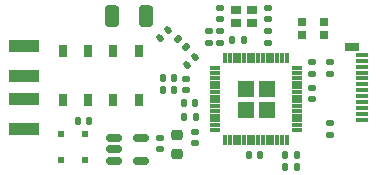
<source format=gbr>
%TF.GenerationSoftware,KiCad,Pcbnew,(6.0.7)*%
%TF.CreationDate,2023-03-11T05:38:16-08:00*%
%TF.ProjectId,ESP_SoC,4553505f-536f-4432-9e6b-696361645f70,rev?*%
%TF.SameCoordinates,Original*%
%TF.FileFunction,Paste,Top*%
%TF.FilePolarity,Positive*%
%FSLAX46Y46*%
G04 Gerber Fmt 4.6, Leading zero omitted, Abs format (unit mm)*
G04 Created by KiCad (PCBNEW (6.0.7)) date 2023-03-11 05:38:16*
%MOMM*%
%LPD*%
G01*
G04 APERTURE LIST*
G04 Aperture macros list*
%AMRoundRect*
0 Rectangle with rounded corners*
0 $1 Rounding radius*
0 $2 $3 $4 $5 $6 $7 $8 $9 X,Y pos of 4 corners*
0 Add a 4 corners polygon primitive as box body*
4,1,4,$2,$3,$4,$5,$6,$7,$8,$9,$2,$3,0*
0 Add four circle primitives for the rounded corners*
1,1,$1+$1,$2,$3*
1,1,$1+$1,$4,$5*
1,1,$1+$1,$6,$7*
1,1,$1+$1,$8,$9*
0 Add four rect primitives between the rounded corners*
20,1,$1+$1,$2,$3,$4,$5,0*
20,1,$1+$1,$4,$5,$6,$7,0*
20,1,$1+$1,$6,$7,$8,$9,0*
20,1,$1+$1,$8,$9,$2,$3,0*%
G04 Aperture macros list end*
%ADD10C,0.010000*%
%ADD11RoundRect,0.135000X-0.135000X-0.185000X0.135000X-0.185000X0.135000X0.185000X-0.135000X0.185000X0*%
%ADD12R,2.500000X1.100000*%
%ADD13RoundRect,0.140000X0.170000X-0.140000X0.170000X0.140000X-0.170000X0.140000X-0.170000X-0.140000X0*%
%ADD14RoundRect,0.147500X-0.172500X0.147500X-0.172500X-0.147500X0.172500X-0.147500X0.172500X0.147500X0*%
%ADD15RoundRect,0.140000X-0.170000X0.140000X-0.170000X-0.140000X0.170000X-0.140000X0.170000X0.140000X0*%
%ADD16R,0.700000X0.700000*%
%ADD17RoundRect,0.140000X-0.021213X0.219203X-0.219203X0.021213X0.021213X-0.219203X0.219203X-0.021213X0*%
%ADD18RoundRect,0.147500X-0.226274X-0.017678X-0.017678X-0.226274X0.226274X0.017678X0.017678X0.226274X0*%
%ADD19RoundRect,0.276000X-0.324000X-0.634000X0.324000X-0.634000X0.324000X0.634000X-0.324000X0.634000X0*%
%ADD20RoundRect,0.135000X0.185000X-0.135000X0.185000X0.135000X-0.185000X0.135000X-0.185000X-0.135000X0*%
%ADD21RoundRect,0.225000X-0.250000X0.225000X-0.250000X-0.225000X0.250000X-0.225000X0.250000X0.225000X0*%
%ADD22RoundRect,0.140000X0.140000X0.170000X-0.140000X0.170000X-0.140000X-0.170000X0.140000X-0.170000X0*%
%ADD23R,0.650000X1.050000*%
%ADD24R,0.500000X0.500000*%
%ADD25RoundRect,0.140000X-0.140000X-0.170000X0.140000X-0.170000X0.140000X0.170000X-0.140000X0.170000X0*%
%ADD26R,1.000000X0.380000*%
%ADD27R,1.150000X0.700000*%
%ADD28RoundRect,0.150000X-0.512500X-0.150000X0.512500X-0.150000X0.512500X0.150000X-0.512500X0.150000X0*%
%ADD29RoundRect,0.135000X-0.185000X0.135000X-0.185000X-0.135000X0.185000X-0.135000X0.185000X0.135000X0*%
%ADD30RoundRect,0.006600X-0.398400X-0.103400X0.398400X-0.103400X0.398400X0.103400X-0.398400X0.103400X0*%
%ADD31RoundRect,0.022000X-0.088000X-0.383000X0.088000X-0.383000X0.088000X0.383000X-0.088000X0.383000X0*%
%ADD32R,0.900000X0.800000*%
G04 APERTURE END LIST*
%TO.C,U2*%
G36*
X125515000Y-101265000D02*
G01*
X124245000Y-101265000D01*
X124245000Y-99995000D01*
X125515000Y-99995000D01*
X125515000Y-101265000D01*
G37*
D10*
X125515000Y-101265000D02*
X124245000Y-101265000D01*
X124245000Y-99995000D01*
X125515000Y-99995000D01*
X125515000Y-101265000D01*
G36*
X123755000Y-99505000D02*
G01*
X122485000Y-99505000D01*
X122485000Y-98235000D01*
X123755000Y-98235000D01*
X123755000Y-99505000D01*
G37*
X123755000Y-99505000D02*
X122485000Y-99505000D01*
X122485000Y-98235000D01*
X123755000Y-98235000D01*
X123755000Y-99505000D01*
G36*
X125515000Y-99505000D02*
G01*
X124245000Y-99505000D01*
X124245000Y-98235000D01*
X125515000Y-98235000D01*
X125515000Y-99505000D01*
G37*
X125515000Y-99505000D02*
X124245000Y-99505000D01*
X124245000Y-98235000D01*
X125515000Y-98235000D01*
X125515000Y-99505000D01*
G36*
X123755000Y-101265000D02*
G01*
X122485000Y-101265000D01*
X122485000Y-99995000D01*
X123755000Y-99995000D01*
X123755000Y-101265000D01*
G37*
X123755000Y-101265000D02*
X122485000Y-101265000D01*
X122485000Y-99995000D01*
X123755000Y-99995000D01*
X123755000Y-101265000D01*
%TD*%
D11*
%TO.C,R2*%
X117890000Y-101300000D03*
X118910000Y-101300000D03*
%TD*%
D12*
%TO.C,J1*%
X104350000Y-102250000D03*
X104350000Y-99750000D03*
X104350000Y-97750000D03*
X104350000Y-95250000D03*
%TD*%
D13*
%TO.C,C2*%
X120000000Y-94980000D03*
X120000000Y-94020000D03*
%TD*%
D11*
%TO.C,R4*%
X126490000Y-104500000D03*
X127510000Y-104500000D03*
%TD*%
D14*
%TO.C,L2*%
X118100000Y-98015000D03*
X118100000Y-98985000D03*
%TD*%
D15*
%TO.C,C7*%
X118850000Y-102520000D03*
X118850000Y-103480000D03*
%TD*%
D11*
%TO.C,R3*%
X126490000Y-105500000D03*
X127510000Y-105500000D03*
%TD*%
D13*
%TO.C,C9*%
X125000000Y-94980000D03*
X125000000Y-94020000D03*
%TD*%
D15*
%TO.C,C13*%
X115850000Y-103020000D03*
X115850000Y-103980000D03*
%TD*%
D16*
%TO.C,U3*%
X127950000Y-93250000D03*
X127950000Y-94350000D03*
X129780000Y-94350000D03*
X129780000Y-93250000D03*
%TD*%
D17*
%TO.C,C3*%
X116589411Y-93910589D03*
X115910589Y-94589411D03*
%TD*%
D15*
%TO.C,C15*%
X125000000Y-92020000D03*
X125000000Y-92980000D03*
%TD*%
D18*
%TO.C,L1*%
X117407053Y-94657053D03*
X118092947Y-95342947D03*
%TD*%
D19*
%TO.C,AE1*%
X114710000Y-92750000D03*
X111790000Y-92750000D03*
%TD*%
D20*
%TO.C,R5*%
X130300000Y-97610000D03*
X130300000Y-96590000D03*
%TD*%
D21*
%TO.C,C8*%
X117350000Y-102825000D03*
X117350000Y-104375000D03*
%TD*%
D22*
%TO.C,C6*%
X117080000Y-99000000D03*
X116120000Y-99000000D03*
%TD*%
D13*
%TO.C,C16*%
X128750000Y-99730000D03*
X128750000Y-98770000D03*
%TD*%
D23*
%TO.C,SW2*%
X107675000Y-99825000D03*
X107675000Y-95675000D03*
X109825000Y-95675000D03*
X109825000Y-99825000D03*
%TD*%
D24*
%TO.C,D2*%
X109500000Y-104900000D03*
X109500000Y-102700000D03*
%TD*%
D20*
%TO.C,R7*%
X128750000Y-97610000D03*
X128750000Y-96590000D03*
%TD*%
D23*
%TO.C,SW1*%
X111925000Y-95675000D03*
X111925000Y-99825000D03*
X114075000Y-95675000D03*
X114075000Y-99825000D03*
%TD*%
D24*
%TO.C,D1*%
X107500000Y-104900000D03*
X107500000Y-102700000D03*
%TD*%
D25*
%TO.C,C10*%
X123395000Y-104500000D03*
X124355000Y-104500000D03*
%TD*%
D22*
%TO.C,C5*%
X117080000Y-98000000D03*
X116120000Y-98000000D03*
%TD*%
D26*
%TO.C,P1*%
X133010000Y-96000000D03*
X133010000Y-96500000D03*
X133010000Y-97000000D03*
X133010000Y-97500000D03*
X133010000Y-98000000D03*
X133010000Y-98500000D03*
X133010000Y-99000000D03*
X133010000Y-99500000D03*
X133010000Y-100000000D03*
X133010000Y-100500000D03*
X133010000Y-101000000D03*
X133010000Y-101500000D03*
D27*
X132170000Y-95330000D03*
%TD*%
D28*
%TO.C,U1*%
X111962500Y-103050000D03*
X111962500Y-104000000D03*
X111962500Y-104950000D03*
X114237500Y-104950000D03*
X114237500Y-103050000D03*
%TD*%
D22*
%TO.C,C11*%
X118880000Y-100100000D03*
X117920000Y-100100000D03*
%TD*%
D13*
%TO.C,C14*%
X121000000Y-92960000D03*
X121000000Y-92000000D03*
%TD*%
%TO.C,C1*%
X121000000Y-94980000D03*
X121000000Y-94020000D03*
%TD*%
D29*
%TO.C,R6*%
X130300000Y-101790000D03*
X130300000Y-102810000D03*
%TD*%
D11*
%TO.C,R1*%
X121990000Y-94750000D03*
X123010000Y-94750000D03*
%TD*%
D17*
%TO.C,C4*%
X118839411Y-96160589D03*
X118160589Y-96839411D03*
%TD*%
D30*
%TO.C,U2*%
X120555000Y-97150000D03*
X120555000Y-97550000D03*
X120555000Y-97950000D03*
X120555000Y-98350000D03*
X120555000Y-98750000D03*
X120555000Y-99150000D03*
X120555000Y-99550000D03*
X120555000Y-99950000D03*
X120555000Y-100350000D03*
X120555000Y-100750000D03*
X120555000Y-101150000D03*
X120555000Y-101550000D03*
X120555000Y-101950000D03*
X120555000Y-102350000D03*
D31*
X121400000Y-103195000D03*
X121800000Y-103195000D03*
X122200000Y-103195000D03*
X122600000Y-103195000D03*
X123000000Y-103195000D03*
X123400000Y-103195000D03*
X123800000Y-103195000D03*
X124200000Y-103195000D03*
X124600000Y-103195000D03*
X125000000Y-103195000D03*
X125400000Y-103195000D03*
X125800000Y-103195000D03*
X126200000Y-103195000D03*
X126600000Y-103195000D03*
D30*
X127445000Y-102350000D03*
X127445000Y-101950000D03*
X127445000Y-101550000D03*
X127445000Y-101150000D03*
X127445000Y-100750000D03*
X127445000Y-100350000D03*
X127445000Y-99950000D03*
X127445000Y-99550000D03*
X127445000Y-99150000D03*
X127445000Y-98750000D03*
X127445000Y-98350000D03*
X127445000Y-97950000D03*
X127445000Y-97550000D03*
X127445000Y-97150000D03*
D31*
X126600000Y-96305000D03*
X126200000Y-96305000D03*
X125800000Y-96305000D03*
X125400000Y-96305000D03*
X125000000Y-96305000D03*
X124600000Y-96305000D03*
X124200000Y-96305000D03*
X123800000Y-96305000D03*
X123400000Y-96305000D03*
X123000000Y-96305000D03*
X122600000Y-96305000D03*
X122200000Y-96305000D03*
X121800000Y-96305000D03*
X121400000Y-96305000D03*
%TD*%
D32*
%TO.C,Y1*%
X122300000Y-93300000D03*
X123700000Y-93300000D03*
X123700000Y-92200000D03*
X122300000Y-92200000D03*
%TD*%
D22*
%TO.C,C12*%
X109880000Y-101600000D03*
X108920000Y-101600000D03*
%TD*%
M02*

</source>
